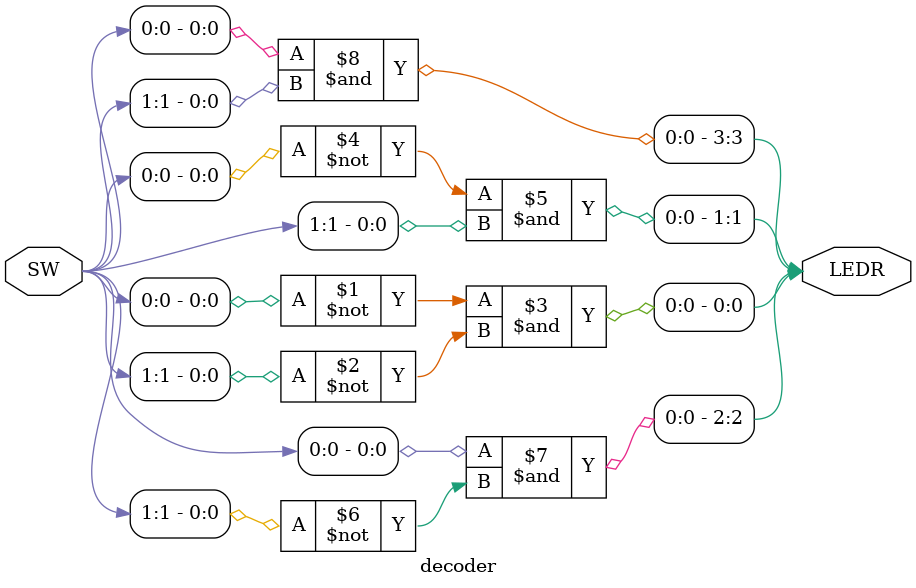
<source format=v>


module decoder(

	//////////// LED //////////
	output		     [9:0]		LEDR,

	//////////// SW //////////
	input 		     [9:0]		SW
);



//=======================================================
//  REG/WIRE declarations
//=======================================================




//=======================================================
//  Structural coding
//=======================================================
assign LEDR[0] = ~SW[0] & ~SW[1];
assign LEDR[1] = ~SW[0] & SW[1];
assign LEDR[2] = SW[0] & ~SW[1];
assign LEDR[3] = SW[0] & SW[1];


endmodule

</source>
